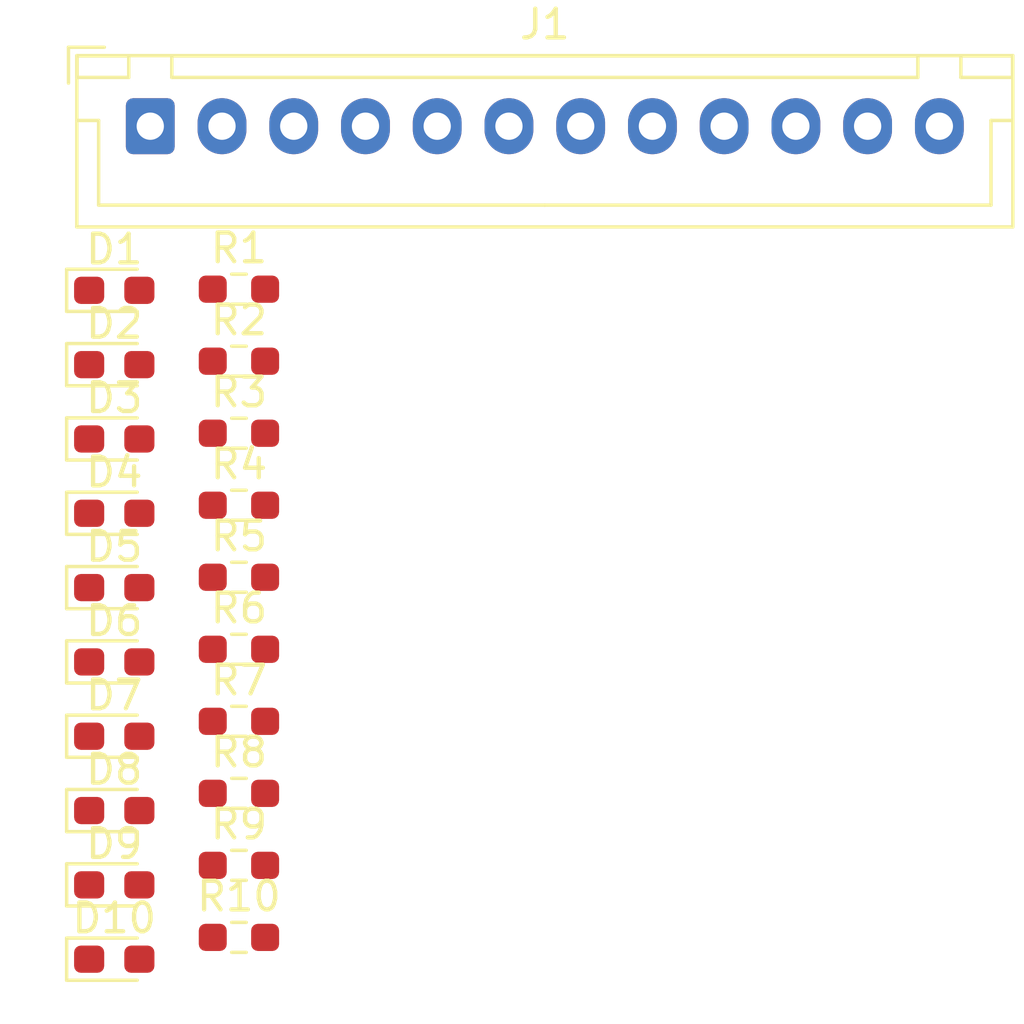
<source format=kicad_pcb>
(kicad_pcb (version 20240108) (generator "pcbnew") (generator_version "8.0")
  (layers (0 "F.Cu" signal) (31 "B.Cu" signal) (34 "B.Paste" user) (35 "F.Paste" user) (36 "B.SilkS" user "B.Silkscreen") (37 "F.SilkS" user "F.Silkscreen") (38 "B.Mask" user) (39 "F.Mask" user) (44 "Edge.Cuts" user))
  (net 0 "")
  (net 1 "Net-(D1-A)")
  (net 2 "GND")
  (net 3 "Net-(D2-A)")
  (net 4 "Net-(D3-A)")
  (net 5 "Net-(D4-A)")
  (net 6 "Net-(D5-A)")
  (net 7 "Net-(D6-A)")
  (net 8 "Net-(D7-A)")
  (net 9 "Net-(D8-A)")
  (net 10 "Net-(D9-A)")
  (net 11 "Net-(D10-A)")
  (net 12 "/LED1")
  (net 13 "/LED6")
  (net 14 "/LED4")
  (net 15 "/LED8")
  (net 16 "/LED2")
  (net 17 "/LED0")
  (net 18 "/LED7")
  (net 19 "/LED9")
  (net 20 "/LED5")
  (net 21 "/LED3")
  (footprint "LED_SMD:LED_0603_1608Metric_Pad1.05x0.95mm_HandSolder" (layer "F.Cu") (at 124.2425 86.04)
    (property "Reference" "D2" (at 0 -1.43 0) (layer "F.SilkS"))
    (property "Value" "LED_Small")
    (fp_line (start -1.66 -0.735) (end -1.66 0.735) (stroke (width 0.12)) (layer "F.SilkS"))
    (fp_line (start -1.66 0.735) (end 0.8 0.735) (stroke (width 0.12)) (layer "F.SilkS"))
    (fp_line (start 0.8 -0.735) (end -1.66 -0.735) (stroke (width 0.12)) (layer "F.SilkS"))
    (pad "1" smd roundrect (at -0.875 0) (size 1.05 0.95) (layers "F.Cu" "F.Paste" "F.Mask") (net 2 "GND"))
    (pad "2" smd roundrect (at 0.875 0) (size 1.05 0.95) (layers "F.Cu" "F.Paste" "F.Mask") (net 3 "Net-(D2-A)"))
  )
  (footprint "Resistor_SMD:R_0603_1608Metric_Pad0.98x0.95mm_HandSolder" (layer "F.Cu") (at 128.5875 95.96)
    (property "Reference" "R6" (at 0 -1.43 0) (layer "F.SilkS"))
    (property "Value" "R_Small")
    (fp_line (start -0.254724 -0.5225) (end 0.254724 -0.5225) (stroke (width 0.12)) (layer "F.SilkS"))
    (fp_line (start -0.254724 0.5225) (end 0.254724 0.5225) (stroke (width 0.12)) (layer "F.SilkS"))
    (pad "1" smd roundrect (at -0.9125 0) (size 0.975 0.95) (layers "F.Cu" "F.Paste" "F.Mask") (net 18 "/LED7"))
    (pad "2" smd roundrect (at 0.9125 0) (size 0.975 0.95) (layers "F.Cu" "F.Paste" "F.Mask") (net 7 "Net-(D6-A)"))
  )
  (footprint "LED_SMD:LED_0603_1608Metric_Pad1.05x0.95mm_HandSolder" (layer "F.Cu") (at 124.2425 96.4)
    (property "Reference" "D6" (at 0 -1.43 0) (layer "F.SilkS"))
    (property "Value" "LED_Small")
    (fp_line (start -1.66 -0.735) (end -1.66 0.735) (stroke (width 0.12)) (layer "F.SilkS"))
    (fp_line (start -1.66 0.735) (end 0.8 0.735) (stroke (width 0.12)) (layer "F.SilkS"))
    (fp_line (start 0.8 -0.735) (end -1.66 -0.735) (stroke (width 0.12)) (layer "F.SilkS"))
    (pad "1" smd roundrect (at -0.875 0) (size 1.05 0.95) (layers "F.Cu" "F.Paste" "F.Mask") (net 2 "GND"))
    (pad "2" smd roundrect (at 0.875 0) (size 1.05 0.95) (layers "F.Cu" "F.Paste" "F.Mask") (net 7 "Net-(D6-A)"))
  )
  (footprint "LED_SMD:LED_0603_1608Metric_Pad1.05x0.95mm_HandSolder" (layer "F.Cu") (at 124.2425 91.22)
    (property "Reference" "D4" (at 0 -1.43 0) (layer "F.SilkS"))
    (property "Value" "LED_Small")
    (fp_line (start -1.66 -0.735) (end -1.66 0.735) (stroke (width 0.12)) (layer "F.SilkS"))
    (fp_line (start -1.66 0.735) (end 0.8 0.735) (stroke (width 0.12)) (layer "F.SilkS"))
    (fp_line (start 0.8 -0.735) (end -1.66 -0.735) (stroke (width 0.12)) (layer "F.SilkS"))
    (pad "1" smd roundrect (at -0.875 0) (size 1.05 0.95) (layers "F.Cu" "F.Paste" "F.Mask") (net 2 "GND"))
    (pad "2" smd roundrect (at 0.875 0) (size 1.05 0.95) (layers "F.Cu" "F.Paste" "F.Mask") (net 5 "Net-(D4-A)"))
  )
  (footprint "Resistor_SMD:R_0603_1608Metric_Pad0.98x0.95mm_HandSolder" (layer "F.Cu") (at 128.5875 90.94)
    (property "Reference" "R4" (at 0 -1.43 0) (layer "F.SilkS"))
    (property "Value" "R_Small")
    (fp_line (start -0.254724 -0.5225) (end 0.254724 -0.5225) (stroke (width 0.12)) (layer "F.SilkS"))
    (fp_line (start -0.254724 0.5225) (end 0.254724 0.5225) (stroke (width 0.12)) (layer "F.SilkS"))
    (pad "1" smd roundrect (at -0.9125 0) (size 0.975 0.95) (layers "F.Cu" "F.Paste" "F.Mask") (net 13 "/LED6"))
    (pad "2" smd roundrect (at 0.9125 0) (size 0.975 0.95) (layers "F.Cu" "F.Paste" "F.Mask") (net 5 "Net-(D4-A)"))
  )
  (footprint "Resistor_SMD:R_0603_1608Metric_Pad0.98x0.95mm_HandSolder" (layer "F.Cu") (at 128.5875 98.47)
    (property "Reference" "R7" (at 0 -1.43 0) (layer "F.SilkS"))
    (property "Value" "R_Small")
    (fp_line (start -0.254724 -0.5225) (end 0.254724 -0.5225) (stroke (width 0.12)) (layer "F.SilkS"))
    (fp_line (start -0.254724 0.5225) (end 0.254724 0.5225) (stroke (width 0.12)) (layer "F.SilkS"))
    (pad "1" smd roundrect (at -0.9125 0) (size 0.975 0.95) (layers "F.Cu" "F.Paste" "F.Mask") (net 21 "/LED3"))
    (pad "2" smd roundrect (at 0.9125 0) (size 0.975 0.95) (layers "F.Cu" "F.Paste" "F.Mask") (net 8 "Net-(D7-A)"))
  )
  (footprint "Resistor_SMD:R_0603_1608Metric_Pad0.98x0.95mm_HandSolder" (layer "F.Cu") (at 128.5875 83.41)
    (property "Reference" "R1" (at 0 -1.43 0) (layer "F.SilkS"))
    (property "Value" "R_Small")
    (fp_line (start -0.254724 -0.5225) (end 0.254724 -0.5225) (stroke (width 0.12)) (layer "F.SilkS"))
    (fp_line (start -0.254724 0.5225) (end 0.254724 0.5225) (stroke (width 0.12)) (layer "F.SilkS"))
    (pad "1" smd roundrect (at -0.9125 0) (size 0.975 0.95) (layers "F.Cu" "F.Paste" "F.Mask") (net 17 "/LED0"))
    (pad "2" smd roundrect (at 0.9125 0) (size 0.975 0.95) (layers "F.Cu" "F.Paste" "F.Mask") (net 1 "Net-(D1-A)"))
  )
  (footprint "LED_SMD:LED_0603_1608Metric_Pad1.05x0.95mm_HandSolder" (layer "F.Cu") (at 124.2425 88.63)
    (property "Reference" "D3" (at 0 -1.43 0) (layer "F.SilkS"))
    (property "Value" "LED_Small")
    (fp_line (start -1.66 -0.735) (end -1.66 0.735) (stroke (width 0.12)) (layer "F.SilkS"))
    (fp_line (start -1.66 0.735) (end 0.8 0.735) (stroke (width 0.12)) (layer "F.SilkS"))
    (fp_line (start 0.8 -0.735) (end -1.66 -0.735) (stroke (width 0.12)) (layer "F.SilkS"))
    (pad "1" smd roundrect (at -0.875 0) (size 1.05 0.95) (layers "F.Cu" "F.Paste" "F.Mask") (net 2 "GND"))
    (pad "2" smd roundrect (at 0.875 0) (size 1.05 0.95) (layers "F.Cu" "F.Paste" "F.Mask") (net 4 "Net-(D3-A)"))
  )
  (footprint "Resistor_SMD:R_0603_1608Metric_Pad0.98x0.95mm_HandSolder" (layer "F.Cu") (at 128.5875 93.45)
    (property "Reference" "R5" (at 0 -1.43 0) (layer "F.SilkS"))
    (property "Value" "R_Small")
    (fp_line (start -0.254724 -0.5225) (end 0.254724 -0.5225) (stroke (width 0.12)) (layer "F.SilkS"))
    (fp_line (start -0.254724 0.5225) (end 0.254724 0.5225) (stroke (width 0.12)) (layer "F.SilkS"))
    (pad "1" smd roundrect (at -0.9125 0) (size 0.975 0.95) (layers "F.Cu" "F.Paste" "F.Mask") (net 16 "/LED2"))
    (pad "2" smd roundrect (at 0.9125 0) (size 0.975 0.95) (layers "F.Cu" "F.Paste" "F.Mask") (net 6 "Net-(D5-A)"))
  )
  (footprint "LED_SMD:LED_0603_1608Metric_Pad1.05x0.95mm_HandSolder" (layer "F.Cu") (at 124.2425 93.81)
    (property "Reference" "D5" (at 0 -1.43 0) (layer "F.SilkS"))
    (property "Value" "LED_Small")
    (fp_line (start -1.66 -0.735) (end -1.66 0.735) (stroke (width 0.12)) (layer "F.SilkS"))
    (fp_line (start -1.66 0.735) (end 0.8 0.735) (stroke (width 0.12)) (layer "F.SilkS"))
    (fp_line (start 0.8 -0.735) (end -1.66 -0.735) (stroke (width 0.12)) (layer "F.SilkS"))
    (pad "1" smd roundrect (at -0.875 0) (size 1.05 0.95) (layers "F.Cu" "F.Paste" "F.Mask") (net 2 "GND"))
    (pad "2" smd roundrect (at 0.875 0) (size 1.05 0.95) (layers "F.Cu" "F.Paste" "F.Mask") (net 6 "Net-(D5-A)"))
  )
  (footprint "LED_SMD:LED_0603_1608Metric_Pad1.05x0.95mm_HandSolder" (layer "F.Cu") (at 124.2425 98.99)
    (property "Reference" "D7" (at 0 -1.43 0) (layer "F.SilkS"))
    (property "Value" "LED_Small")
    (fp_line (start -1.66 -0.735) (end -1.66 0.735) (stroke (width 0.12)) (layer "F.SilkS"))
    (fp_line (start -1.66 0.735) (end 0.8 0.735) (stroke (width 0.12)) (layer "F.SilkS"))
    (fp_line (start 0.8 -0.735) (end -1.66 -0.735) (stroke (width 0.12)) (layer "F.SilkS"))
    (pad "1" smd roundrect (at -0.875 0) (size 1.05 0.95) (layers "F.Cu" "F.Paste" "F.Mask") (net 2 "GND"))
    (pad "2" smd roundrect (at 0.875 0) (size 1.05 0.95) (layers "F.Cu" "F.Paste" "F.Mask") (net 8 "Net-(D7-A)"))
  )
  (footprint "Resistor_SMD:R_0603_1608Metric_Pad0.98x0.95mm_HandSolder" (layer "F.Cu") (at 128.5875 85.92)
    (property "Reference" "R2" (at 0 -1.43 0) (layer "F.SilkS"))
    (property "Value" "R_Small")
    (fp_line (start -0.254724 -0.5225) (end 0.254724 -0.5225) (stroke (width 0.12)) (layer "F.SilkS"))
    (fp_line (start -0.254724 0.5225) (end 0.254724 0.5225) (stroke (width 0.12)) (layer "F.SilkS"))
    (pad "1" smd roundrect (at -0.9125 0) (size 0.975 0.95) (layers "F.Cu" "F.Paste" "F.Mask") (net 20 "/LED5"))
    (pad "2" smd roundrect (at 0.9125 0) (size 0.975 0.95) (layers "F.Cu" "F.Paste" "F.Mask") (net 3 "Net-(D2-A)"))
  )
  (footprint "Resistor_SMD:R_0603_1608Metric_Pad0.98x0.95mm_HandSolder" (layer "F.Cu") (at 128.5875 103.49)
    (property "Reference" "R9" (at 0 -1.43 0) (layer "F.SilkS"))
    (property "Value" "R_Small")
    (fp_line (start -0.254724 -0.5225) (end 0.254724 -0.5225) (stroke (width 0.12)) (layer "F.SilkS"))
    (fp_line (start -0.254724 0.5225) (end 0.254724 0.5225) (stroke (width 0.12)) (layer "F.SilkS"))
    (pad "1" smd roundrect (at -0.9125 0) (size 0.975 0.95) (layers "F.Cu" "F.Paste" "F.Mask") (net 14 "/LED4"))
    (pad "2" smd roundrect (at 0.9125 0) (size 0.975 0.95) (layers "F.Cu" "F.Paste" "F.Mask") (net 10 "Net-(D9-A)"))
  )
  (footprint "Connector_JST:JST_XH_B12B-XH-A_1x12_P2.50mm_Vertical" (layer "F.Cu") (at 125.4975 77.73)
    (property "Reference" "J1" (at 13.75 -3.55 0) (layer "F.SilkS"))
    (property "Value" "HX_12p")
    (fp_line (start -2.85 -2.75) (end -2.85 -1.5) (stroke (width 0.12)) (layer "F.SilkS"))
    (fp_line (start -2.56 -2.46) (end -2.56 3.51) (stroke (width 0.12)) (layer "F.SilkS"))
    (fp_line (start -2.56 3.51) (end 30.06 3.51) (stroke (width 0.12)) (layer "F.SilkS"))
    (fp_line (start -2.55 -2.45) (end -2.55 -1.7) (stroke (width 0.12)) (layer "F.SilkS"))
    (fp_line (start -2.55 -1.7) (end -0.75 -1.7) (stroke (width 0.12)) (layer "F.SilkS"))
    (fp_line (start -2.55 -0.2) (end -1.8 -0.2) (stroke (width 0.12)) (layer "F.SilkS"))
    (fp_line (start -1.8 -0.2) (end -1.8 2.75) (stroke (width 0.12)) (layer "F.SilkS"))
    (fp_line (start -1.8 2.75) (end 13.75 2.75) (stroke (width 0.12)) (layer "F.SilkS"))
    (fp_line (start -1.6 -2.75) (end -2.85 -2.75) (stroke (width 0.12)) (layer "F.SilkS"))
    (fp_line (start -0.75 -2.45) (end -2.55 -2.45) (stroke (width 0.12)) (layer "F.SilkS"))
    (fp_line (start -0.75 -1.7) (end -0.75 -2.45) (stroke (width 0.12)) (layer "F.SilkS"))
    (fp_line (start 0.75 -2.45) (end 0.75 -1.7) (stroke (width 0.12)) (layer "F.SilkS"))
    (fp_line (start 0.75 -1.7) (end 26.75 -1.7) (stroke (width 0.12)) (layer "F.SilkS"))
    (fp_line (start 26.75 -2.45) (end 0.75 -2.45) (stroke (width 0.12)) (layer "F.SilkS"))
    (fp_line (start 26.75 -1.7) (end 26.75 -2.45) (stroke (width 0.12)) (layer "F.SilkS"))
    (fp_line (start 28.25 -2.45) (end 28.25 -1.7) (stroke (width 0.12)) (layer "F.SilkS"))
    (fp_line (start 28.25 -1.7) (end 30.05 -1.7) (stroke (width 0.12)) (layer "F.SilkS"))
    (fp_line (start 29.3 -0.2) (end 29.3 2.75) (stroke (width 0.12)) (layer "F.SilkS"))
    (fp_line (start 29.3 2.75) (end 13.75 2.75) (stroke (width 0.12)) (layer "F.SilkS"))
    (fp_line (start 30.05 -2.45) (end 28.25 -2.45) (stroke (width 0.12)) (layer "F.SilkS"))
    (fp_line (start 30.05 -1.7) (end 30.05 -2.45) (stroke (width 0.12)) (layer "F.SilkS"))
    (fp_line (start 30.05 -0.2) (end 29.3 -0.2) (stroke (width 0.12)) (layer "F.SilkS"))
    (fp_line (start 30.06 -2.46) (end -2.56 -2.46) (stroke (width 0.12)) (layer "F.SilkS"))
    (fp_line (start 30.06 3.51) (end 30.06 -2.46) (stroke (width 0.12)) (layer "F.SilkS"))
    (pad "1" thru_hole roundrect (at 0 0) (size 1.7 1.95) (drill 0.95) (layers "*.Cu" "*.Mask") (roundrect_rratio 0.147059) (net 17 "/LED0"))
    (pad "2" thru_hole oval (at 2.5 0) (size 1.7 1.95) (drill 0.95) (layers "*.Cu" "*.Mask") (net 12 "/LED1"))
    (pad "3" thru_hole oval (at 5 0) (size 1.7 1.95) (drill 0.95) (layers "*.Cu" "*.Mask") (net 16 "/LED2"))
    (pad "4" thru_hole oval (at 7.5 0) (size 1.7 1.95) (drill 0.95) (layers "*.Cu" "*.Mask") (net 21 "/LED3"))
    (pad "5" thru_hole oval (at 10 0) (size 1.7 1.95) (drill 0.95) (layers "*.Cu" "*.Mask") (net 14 "/LED4"))
    (pad "6" thru_hole oval (at 12.5 0) (size 1.7 1.95) (drill 0.95) (layers "*.Cu" "*.Mask") (net 20 "/LED5"))
    (pad "7" thru_hole oval (at 15 0) (size 1.7 1.95) (drill 0.95) (layers "*.Cu" "*.Mask") (net 13 "/LED6"))
    (pad "8" thru_hole oval (at 17.5 0) (size 1.7 1.95) (drill 0.95) (layers "*.Cu" "*.Mask") (net 18 "/LED7"))
    (pad "9" thru_hole oval (at 20 0) (size 1.7 1.95) (drill 0.95) (layers "*.Cu" "*.Mask") (net 15 "/LED8"))
    (pad "10" thru_hole oval (at 22.5 0) (size 1.7 1.95) (drill 0.95) (layers "*.Cu" "*.Mask") (net 19 "/LED9"))
    (pad "11" thru_hole oval (at 25 0) (size 1.7 1.95) (drill 0.95) (layers "*.Cu" "*.Mask") (net 2 "GND"))
    (pad "12" thru_hole oval (at 27.5 0) (size 1.7 1.95) (drill 0.95) (layers "*.Cu" "*.Mask") (net 2 "GND"))
  )
  (footprint "LED_SMD:LED_0603_1608Metric_Pad1.05x0.95mm_HandSolder" (layer "F.Cu") (at 124.2425 104.17)
    (property "Reference" "D9" (at 0 -1.43 0) (layer "F.SilkS"))
    (property "Value" "LED_Small")
    (fp_line (start -1.66 -0.735) (end -1.66 0.735) (stroke (width 0.12)) (layer "F.SilkS"))
    (fp_line (start -1.66 0.735) (end 0.8 0.735) (stroke (width 0.12)) (layer "F.SilkS"))
    (fp_line (start 0.8 -0.735) (end -1.66 -0.735) (stroke (width 0.12)) (layer "F.SilkS"))
    (pad "1" smd roundrect (at -0.875 0) (size 1.05 0.95) (layers "F.Cu" "F.Paste" "F.Mask") (net 2 "GND"))
    (pad "2" smd roundrect (at 0.875 0) (size 1.05 0.95) (layers "F.Cu" "F.Paste" "F.Mask") (net 10 "Net-(D9-A)"))
  )
  (footprint "LED_SMD:LED_0603_1608Metric_Pad1.05x0.95mm_HandSolder" (layer "F.Cu") (at 124.2425 83.45)
    (property "Reference" "D1" (at 0 -1.43 0) (layer "F.SilkS"))
    (property "Value" "LED_Small")
    (fp_line (start -1.66 -0.735) (end -1.66 0.735) (stroke (width 0.12)) (layer "F.SilkS"))
    (fp_line (start -1.66 0.735) (end 0.8 0.735) (stroke (width 0.12)) (layer "F.SilkS"))
    (fp_line (start 0.8 -0.735) (end -1.66 -0.735) (stroke (width 0.12)) (layer "F.SilkS"))
    (pad "1" smd roundrect (at -0.875 0) (size 1.05 0.95) (layers "F.Cu" "F.Paste" "F.Mask") (net 2 "GND"))
    (pad "2" smd roundrect (at 0.875 0) (size 1.05 0.95) (layers "F.Cu" "F.Paste" "F.Mask") (net 1 "Net-(D1-A)"))
  )
  (footprint "LED_SMD:LED_0603_1608Metric_Pad1.05x0.95mm_HandSolder" (layer "F.Cu") (at 124.2425 101.58)
    (property "Reference" "D8" (at 0 -1.43 0) (layer "F.SilkS"))
    (property "Value" "LED_Small")
    (fp_line (start -1.66 -0.735) (end -1.66 0.735) (stroke (width 0.12)) (layer "F.SilkS"))
    (fp_line (start -1.66 0.735) (end 0.8 0.735) (stroke (width 0.12)) (layer "F.SilkS"))
    (fp_line (start 0.8 -0.735) (end -1.66 -0.735) (stroke (width 0.12)) (layer "F.SilkS"))
    (pad "1" smd roundrect (at -0.875 0) (size 1.05 0.95) (layers "F.Cu" "F.Paste" "F.Mask") (net 2 "GND"))
    (pad "2" smd roundrect (at 0.875 0) (size 1.05 0.95) (layers "F.Cu" "F.Paste" "F.Mask") (net 9 "Net-(D8-A)"))
  )
  (footprint "Resistor_SMD:R_0603_1608Metric_Pad0.98x0.95mm_HandSolder" (layer "F.Cu") (at 128.5875 88.43)
    (property "Reference" "R3" (at 0 -1.43 0) (layer "F.SilkS"))
    (property "Value" "R_Small")
    (fp_line (start -0.254724 -0.5225) (end 0.254724 -0.5225) (stroke (width 0.12)) (layer "F.SilkS"))
    (fp_line (start -0.254724 0.5225) (end 0.254724 0.5225) (stroke (width 0.12)) (layer "F.SilkS"))
    (pad "1" smd roundrect (at -0.9125 0) (size 0.975 0.95) (layers "F.Cu" "F.Paste" "F.Mask") (net 12 "/LED1"))
    (pad "2" smd roundrect (at 0.9125 0) (size 0.975 0.95) (layers "F.Cu" "F.Paste" "F.Mask") (net 4 "Net-(D3-A)"))
  )
  (footprint "Resistor_SMD:R_0603_1608Metric_Pad0.98x0.95mm_HandSolder" (layer "F.Cu") (at 128.5875 106)
    (property "Reference" "R10" (at 0 -1.43 0) (layer "F.SilkS"))
    (property "Value" "R_Small")
    (fp_line (start -0.254724 -0.5225) (end 0.254724 -0.5225) (stroke (width 0.12)) (layer "F.SilkS"))
    (fp_line (start -0.254724 0.5225) (end 0.254724 0.5225) (stroke (width 0.12)) (layer "F.SilkS"))
    (pad "1" smd roundrect (at -0.9125 0) (size 0.975 0.95) (layers "F.Cu" "F.Paste" "F.Mask") (net 19 "/LED9"))
    (pad "2" smd roundrect (at 0.9125 0) (size 0.975 0.95) (layers "F.Cu" "F.Paste" "F.Mask") (net 11 "Net-(D10-A)"))
  )
  (footprint "LED_SMD:LED_0603_1608Metric_Pad1.05x0.95mm_HandSolder" (layer "F.Cu") (at 124.2425 106.76)
    (property "Reference" "D10" (at 0 -1.43 0) (layer "F.SilkS"))
    (property "Value" "LED_Small")
    (fp_line (start -1.66 -0.735) (end -1.66 0.735) (stroke (width 0.12)) (layer "F.SilkS"))
    (fp_line (start -1.66 0.735) (end 0.8 0.735) (stroke (width 0.12)) (layer "F.SilkS"))
    (fp_line (start 0.8 -0.735) (end -1.66 -0.735) (stroke (width 0.12)) (layer "F.SilkS"))
    (pad "1" smd roundrect (at -0.875 0) (size 1.05 0.95) (layers "F.Cu" "F.Paste" "F.Mask") (net 2 "GND"))
    (pad "2" smd roundrect (at 0.875 0) (size 1.05 0.95) (layers "F.Cu" "F.Paste" "F.Mask") (net 11 "Net-(D10-A)"))
  )
  (footprint "Resistor_SMD:R_0603_1608Metric_Pad0.98x0.95mm_HandSolder" (layer "F.Cu") (at 128.5875 100.98)
    (property "Reference" "R8" (at 0 -1.43 0) (layer "F.SilkS"))
    (property "Value" "R_Small")
    (fp_line (start -0.254724 -0.5225) (end 0.254724 -0.5225) (stroke (width 0.12)) (layer "F.SilkS"))
    (fp_line (start -0.254724 0.5225) (end 0.254724 0.5225) (stroke (width 0.12)) (layer "F.SilkS"))
    (pad "1" smd roundrect (at -0.9125 0) (size 0.975 0.95) (layers "F.Cu" "F.Paste" "F.Mask") (net 15 "/LED8"))
    (pad "2" smd roundrect (at 0.9125 0) (size 0.975 0.95) (layers "F.Cu" "F.Paste" "F.Mask") (net 9 "Net-(D8-A)"))
  )
)
</source>
